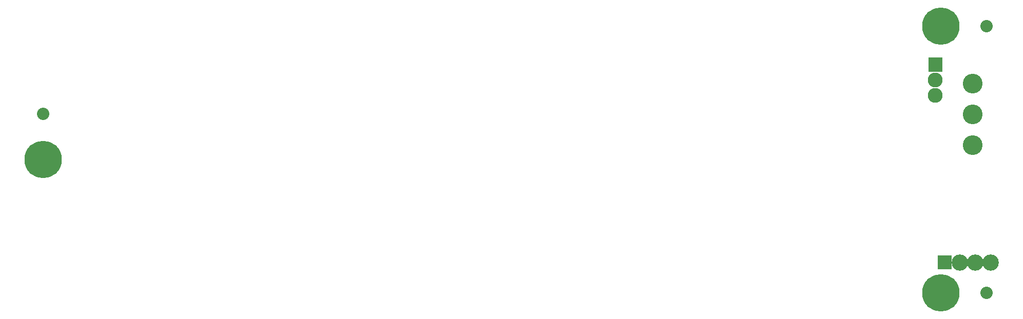
<source format=gbr>
G04 start of page 5 for group -4063 idx -4063 *
G04 Title: (unknown), componentmask *
G04 Creator: pcb 20091103 *
G04 CreationDate: Wed 16 Nov 2011 10:52:43 GMT UTC *
G04 For: jeanmarc *
G04 Format: Gerber/RS-274X *
G04 PCB-Dimensions: 657480 551181 *
G04 PCB-Coordinate-Origin: lower left *
%MOIN*%
%FSLAX25Y25*%
%LNFRONTMASK*%
%ADD11C,0.0200*%
%ADD41C,0.1060*%
%ADD42C,0.0801*%
%ADD43C,0.2422*%
%ADD44C,0.1280*%
%ADD45C,0.0960*%
G54D11*G36*
X596174Y213298D02*Y204198D01*
X605274D01*
Y213298D01*
X596174D01*
G37*
G54D41*X610724Y208748D03*
X620724D03*
X630724D03*
G54D42*X627952Y188976D03*
G54D43*X598425D03*
G54D44*X618977Y324803D03*
Y304803D03*
Y284803D03*
G54D11*G36*
X590246Y341825D02*Y332725D01*
X599346D01*
Y341825D01*
X590246D01*
G37*
G54D43*X598370Y362158D03*
G54D45*X594796Y327275D03*
Y317275D03*
G54D42*X15566Y305213D03*
G54D43*Y275686D03*
G54D42*X627897Y362158D03*
M02*

</source>
